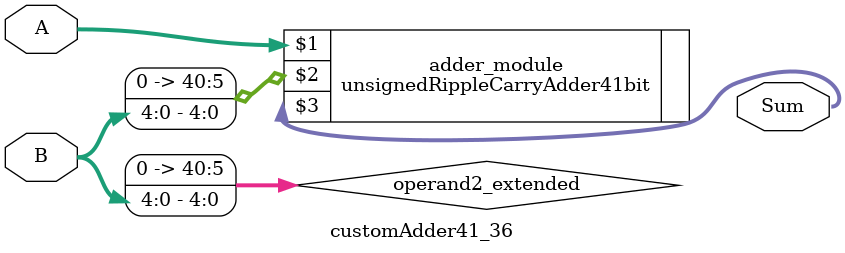
<source format=v>
module customAdder41_36(
                        input [40 : 0] A,
                        input [4 : 0] B,
                        
                        output [41 : 0] Sum
                );

        wire [40 : 0] operand2_extended;
        
        assign operand2_extended =  {36'b0, B};
        
        unsignedRippleCarryAdder41bit adder_module(
            A,
            operand2_extended,
            Sum
        );
        
        endmodule
        
</source>
